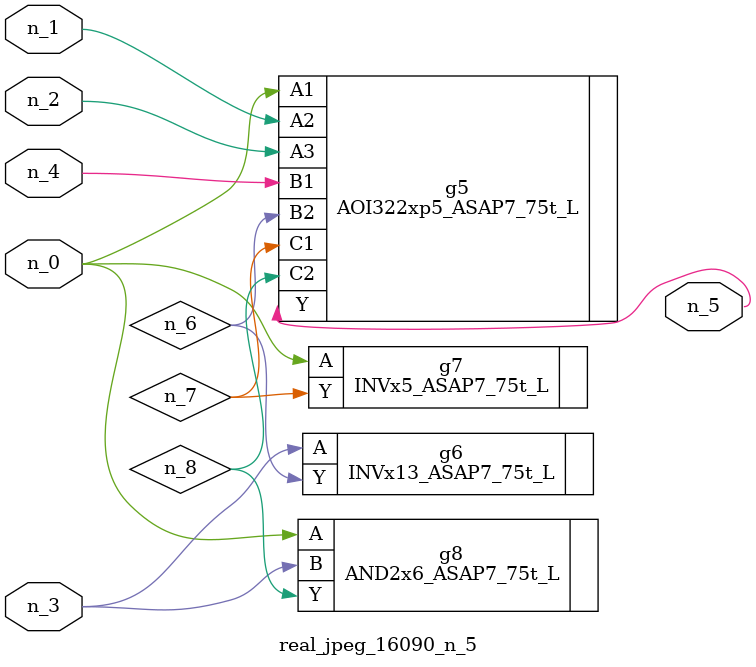
<source format=v>
module real_jpeg_16090_n_5 (n_4, n_0, n_1, n_2, n_3, n_5);

input n_4;
input n_0;
input n_1;
input n_2;
input n_3;

output n_5;

wire n_8;
wire n_6;
wire n_7;

AOI322xp5_ASAP7_75t_L g5 ( 
.A1(n_0),
.A2(n_1),
.A3(n_2),
.B1(n_4),
.B2(n_6),
.C1(n_7),
.C2(n_8),
.Y(n_5)
);

INVx5_ASAP7_75t_L g7 ( 
.A(n_0),
.Y(n_7)
);

AND2x6_ASAP7_75t_L g8 ( 
.A(n_0),
.B(n_3),
.Y(n_8)
);

INVx13_ASAP7_75t_L g6 ( 
.A(n_3),
.Y(n_6)
);


endmodule
</source>
